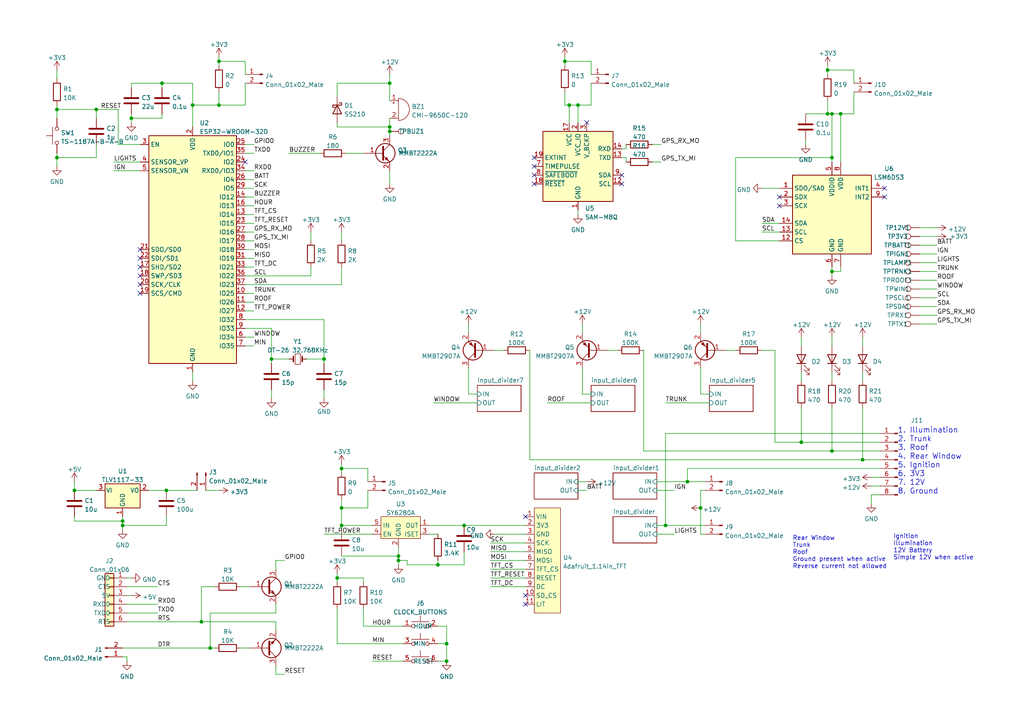
<source format=kicad_sch>
(kicad_sch (version 20231120) (generator "eeschema") (generator_version "8.0")
  (paper "A4")
  (junction (at 46.99 24.13))
  (junction (at 55.88 30.48))
  (junction (at 63.5 17.78))
  (junction (at 165.1 30.48))
  (junction (at 113.03 24.13))
  (junction (at 58.42 180.34))
  (junction (at 243.84 33.02))
  (junction (at 21.59 142.24))
  (junction (at 38.1 34.29))
  (junction (at 60.96 187.96))
  (junction (at 134.62 152.4))
  (junction (at 113.03 38.1))
  (junction (at 241.3 130.81))
  (junction (at 199.39 139.7))
  (junction (at 115.57 161.29))
  (junction (at 240.03 20.32))
  (junction (at 250.19 133.35))
  (junction (at 232.41 128.27))
  (junction (at 97.79 167.64))
  (junction (at 93.98 104.14))
  (junction (at 241.3 33.02))
  (junction (at 16.51 31.75))
  (junction (at 163.83 17.78))
  (junction (at 129.54 186.69))
  (junction (at 113.03 36.83))
  (junction (at 99.06 147.32))
  (junction (at 241.3 78.74))
  (junction (at 35.56 152.4))
  (junction (at 167.64 30.48))
  (junction (at 127 163.83))
  (junction (at 193.04 152.4))
  (junction (at 99.06 152.4))
  (junction (at 63.5 30.48))
  (junction (at 241.3 45.72))
  (junction (at 27.94 31.75))
  (junction (at 203.2 147.32))
  (junction (at 99.06 135.89))
  (junction (at 16.51 45.72))
  (junction (at 35.56 151.13))
  (junction (at 48.26 142.24))
  (junction (at 129.54 191.77))
  (junction (at 78.74 104.14))
  (junction (at 115.57 162.56))
  (junction (at 240.03 33.02))
  (no_connect (at 40.64 74.93))
  (no_connect (at 40.64 77.47))
  (no_connect (at 40.64 80.01))
  (no_connect (at 40.64 82.55))
  (no_connect (at 40.64 85.09))
  (no_connect (at 40.64 72.39))
  (no_connect (at 152.4 172.72))
  (no_connect (at 152.4 149.86))
  (no_connect (at 152.4 175.26))
  (no_connect (at 180.34 50.8))
  (no_connect (at 180.34 53.34))
  (no_connect (at 170.18 35.56))
  (no_connect (at 226.06 59.69))
  (no_connect (at 226.06 57.15))
  (no_connect (at 256.54 57.15))
  (no_connect (at 256.54 54.61))
  (no_connect (at 71.12 46.99))
  (no_connect (at 154.94 45.72))
  (no_connect (at 154.94 48.26))
  (no_connect (at 154.94 50.8))
  (no_connect (at 154.94 53.34))
  (wire (pts (xy 226.06 69.85) (xy 213.36 69.85)))
  (wire (pts (xy 60.96 177.8) (xy 60.96 187.96)))
  (wire (pts (xy 97.79 166.37) (xy 97.79 167.64)))
  (wire (pts (xy 241.3 33.02) (xy 243.84 33.02)))
  (wire (pts (xy 232.41 128.27) (xy 232.41 118.11)))
  (wire (pts (xy 142.24 162.56) (xy 152.4 162.56)))
  (wire (pts (xy 241.3 45.72) (xy 241.3 46.99)))
  (wire (pts (xy 16.51 45.72) (xy 27.94 45.72)))
  (wire (pts (xy 71.12 97.79) (xy 73.66 97.79)))
  (wire (pts (xy 46.99 24.13) (xy 46.99 25.4)))
  (wire (pts (xy 167.64 30.48) (xy 171.45 30.48)))
  (wire (pts (xy 62.23 170.18) (xy 58.42 170.18)))
  (wire (pts (xy 71.12 64.77) (xy 73.66 64.77)))
  (wire (pts (xy 135.89 93.98) (xy 135.89 96.52)))
  (wire (pts (xy 97.79 35.56) (xy 97.79 36.83)))
  (wire (pts (xy 38.1 25.4) (xy 38.1 24.13)))
  (wire (pts (xy 213.36 69.85) (xy 213.36 45.72)))
  (wire (pts (xy 190.5 154.94) (xy 195.58 154.94)))
  (wire (pts (xy 266.7 93.98) (xy 271.78 93.98)))
  (wire (pts (xy 193.04 116.84) (xy 205.74 116.84)))
  (wire (pts (xy 266.7 83.82) (xy 271.78 83.82)))
  (wire (pts (xy 36.83 191.77) (xy 36.83 190.5)))
  (wire (pts (xy 80.01 165.1) (xy 80.01 162.56)))
  (wire (pts (xy 113.03 38.1) (xy 113.03 39.37)))
  (wire (pts (xy 233.68 33.02) (xy 240.03 33.02)))
  (wire (pts (xy 58.42 170.18) (xy 58.42 180.34)))
  (wire (pts (xy 142.24 165.1) (xy 152.4 165.1)))
  (wire (pts (xy 266.7 81.28) (xy 271.78 81.28)))
  (wire (pts (xy 93.98 113.03) (xy 93.98 115.57)))
  (wire (pts (xy 167.64 60.96) (xy 167.64 62.23)))
  (wire (pts (xy 189.23 46.99) (xy 191.77 46.99)))
  (wire (pts (xy 113.03 36.83) (xy 113.03 38.1)))
  (wire (pts (xy 99.06 161.29) (xy 115.57 161.29)))
  (wire (pts (xy 186.69 130.81) (xy 241.3 130.81)))
  (wire (pts (xy 78.74 104.14) (xy 83.82 104.14)))
  (wire (pts (xy 99.06 152.4) (xy 99.06 153.67)))
  (wire (pts (xy 100.33 44.45) (xy 105.41 44.45)))
  (wire (pts (xy 33.02 46.99) (xy 40.64 46.99)))
  (wire (pts (xy 99.06 82.55) (xy 99.06 77.47)))
  (wire (pts (xy 55.88 30.48) (xy 55.88 36.83)))
  (wire (pts (xy 34.29 41.91) (xy 40.64 41.91)))
  (wire (pts (xy 93.98 92.71) (xy 93.98 104.14)))
  (wire (pts (xy 80.01 195.58) (xy 82.55 195.58)))
  (wire (pts (xy 71.12 41.91) (xy 73.66 41.91)))
  (wire (pts (xy 80.01 193.04) (xy 80.01 195.58)))
  (wire (pts (xy 241.3 78.74) (xy 241.3 80.01)))
  (wire (pts (xy 240.03 29.21) (xy 240.03 33.02)))
  (wire (pts (xy 266.7 73.66) (xy 271.78 73.66)))
  (wire (pts (xy 97.79 186.69) (xy 116.84 186.69)))
  (wire (pts (xy 71.12 72.39) (xy 73.66 72.39)))
  (wire (pts (xy 134.62 152.4) (xy 152.4 152.4)))
  (wire (pts (xy 190.5 142.24) (xy 195.58 142.24)))
  (wire (pts (xy 180.34 45.72) (xy 181.61 45.72)))
  (wire (pts (xy 113.03 24.13) (xy 97.79 24.13)))
  (wire (pts (xy 80.01 177.8) (xy 60.96 177.8)))
  (wire (pts (xy 21.59 149.86) (xy 21.59 151.13)))
  (wire (pts (xy 63.5 16.51) (xy 63.5 17.78)))
  (wire (pts (xy 199.39 135.89) (xy 199.39 139.7)))
  (wire (pts (xy 181.61 41.91) (xy 181.61 43.18)))
  (wire (pts (xy 16.51 44.45) (xy 16.51 45.72)))
  (wire (pts (xy 255.27 143.51) (xy 252.73 143.51)))
  (wire (pts (xy 255.27 125.73) (xy 193.04 125.73)))
  (wire (pts (xy 266.7 88.9) (xy 271.78 88.9)))
  (wire (pts (xy 241.3 78.74) (xy 243.84 78.74)))
  (wire (pts (xy 63.5 26.67) (xy 63.5 30.48)))
  (wire (pts (xy 63.5 30.48) (xy 55.88 30.48)))
  (wire (pts (xy 80.01 182.88) (xy 80.01 180.34)))
  (wire (pts (xy 80.01 175.26) (xy 80.01 177.8)))
  (wire (pts (xy 97.79 176.53) (xy 97.79 186.69)))
  (wire (pts (xy 97.79 167.64) (xy 97.79 168.91)))
  (wire (pts (xy 241.3 97.79) (xy 241.3 100.33)))
  (wire (pts (xy 35.56 149.86) (xy 35.56 151.13)))
  (wire (pts (xy 48.26 152.4) (xy 35.56 152.4)))
  (wire (pts (xy 106.68 135.89) (xy 99.06 135.89)))
  (wire (pts (xy 35.56 151.13) (xy 35.56 152.4)))
  (wire (pts (xy 71.12 90.17) (xy 73.66 90.17)))
  (wire (pts (xy 78.74 113.03) (xy 78.74 115.57)))
  (wire (pts (xy 88.9 104.14) (xy 93.98 104.14)))
  (wire (pts (xy 163.83 30.48) (xy 165.1 30.48)))
  (wire (pts (xy 193.04 152.4) (xy 190.5 152.4)))
  (wire (pts (xy 60.96 187.96) (xy 62.23 187.96)))
  (wire (pts (xy 71.12 100.33) (xy 73.66 100.33)))
  (wire (pts (xy 36.83 180.34) (xy 58.42 180.34)))
  (wire (pts (xy 142.24 170.18) (xy 152.4 170.18)))
  (wire (pts (xy 99.06 134.62) (xy 99.06 135.89)))
  (wire (pts (xy 71.12 17.78) (xy 63.5 17.78)))
  (wire (pts (xy 135.89 114.3) (xy 138.43 114.3)))
  (wire (pts (xy 36.83 177.8) (xy 45.72 177.8)))
  (wire (pts (xy 233.68 40.64) (xy 233.68 41.91)))
  (wire (pts (xy 158.75 116.84) (xy 171.45 116.84)))
  (wire (pts (xy 21.59 139.7) (xy 21.59 142.24)))
  (wire (pts (xy 115.57 161.29) (xy 115.57 162.56)))
  (wire (pts (xy 58.42 180.34) (xy 80.01 180.34)))
  (wire (pts (xy 107.95 191.77) (xy 116.84 191.77)))
  (wire (pts (xy 168.91 93.98) (xy 168.91 96.52)))
  (wire (pts (xy 165.1 30.48) (xy 167.64 30.48)))
  (wire (pts (xy 266.7 76.2) (xy 271.78 76.2)))
  (wire (pts (xy 250.19 107.95) (xy 250.19 110.49)))
  (wire (pts (xy 125.73 116.84) (xy 138.43 116.84)))
  (wire (pts (xy 168.91 106.68) (xy 168.91 114.3)))
  (wire (pts (xy 71.12 74.93) (xy 73.66 74.93)))
  (wire (pts (xy 203.2 93.98) (xy 203.2 96.52)))
  (wire (pts (xy 167.64 139.7) (xy 170.18 139.7)))
  (wire (pts (xy 255.27 133.35) (xy 250.19 133.35)))
  (wire (pts (xy 55.88 107.95) (xy 55.88 110.49)))
  (wire (pts (xy 106.68 139.7) (xy 106.68 135.89)))
  (wire (pts (xy 143.51 101.6) (xy 146.05 101.6)))
  (wire (pts (xy 142.24 157.48) (xy 152.4 157.48)))
  (wire (pts (xy 36.83 170.18) (xy 45.72 170.18)))
  (wire (pts (xy 247.65 26.67) (xy 247.65 33.02)))
  (wire (pts (xy 99.06 152.4) (xy 107.95 152.4)))
  (wire (pts (xy 21.59 142.24) (xy 27.94 142.24)))
  (wire (pts (xy 163.83 16.51) (xy 163.83 17.78)))
  (wire (pts (xy 35.56 187.96) (xy 60.96 187.96)))
  (wire (pts (xy 118.11 162.56) (xy 115.57 162.56)))
  (wire (pts (xy 189.23 41.91) (xy 191.77 41.91)))
  (wire (pts (xy 99.06 144.78) (xy 99.06 147.32)))
  (wire (pts (xy 97.79 24.13) (xy 97.79 27.94)))
  (wire (pts (xy 113.03 29.21) (xy 113.03 24.13)))
  (wire (pts (xy 167.64 30.48) (xy 167.64 35.56)))
  (wire (pts (xy 16.51 20.32) (xy 16.51 22.86)))
  (wire (pts (xy 181.61 43.18) (xy 180.34 43.18)))
  (wire (pts (xy 163.83 17.78) (xy 163.83 19.05)))
  (wire (pts (xy 199.39 139.7) (xy 204.47 139.7)))
  (wire (pts (xy 48.26 142.24) (xy 57.15 142.24)))
  (wire (pts (xy 220.98 67.31) (xy 226.06 67.31)))
  (wire (pts (xy 134.62 160.02) (xy 134.62 163.83)))
  (wire (pts (xy 247.65 20.32) (xy 240.03 20.32)))
  (wire (pts (xy 83.82 44.45) (xy 92.71 44.45)))
  (wire (pts (xy 27.94 41.91) (xy 27.94 45.72)))
  (wire (pts (xy 243.84 33.02) (xy 243.84 46.99)))
  (wire (pts (xy 193.04 152.4) (xy 204.47 152.4)))
  (wire (pts (xy 46.99 33.02) (xy 46.99 34.29)))
  (wire (pts (xy 224.79 128.27) (xy 232.41 128.27)))
  (wire (pts (xy 16.51 30.48) (xy 16.51 31.75)))
  (wire (pts (xy 181.61 45.72) (xy 181.61 46.99)))
  (wire (pts (xy 115.57 161.29) (xy 115.57 158.75)))
  (wire (pts (xy 243.84 33.02) (xy 247.65 33.02)))
  (wire (pts (xy 127 163.83) (xy 118.11 163.83)))
  (wire (pts (xy 127 181.61) (xy 129.54 181.61)))
  (wire (pts (xy 38.1 34.29) (xy 38.1 35.56)))
  (wire (pts (xy 203.2 106.68) (xy 203.2 114.3)))
  (wire (pts (xy 127 191.77) (xy 129.54 191.77)))
  (wire (pts (xy 99.06 67.31) (xy 99.06 69.85)))
  (wire (pts (xy 171.45 21.59) (xy 171.45 17.78)))
  (wire (pts (xy 71.12 59.69) (xy 73.66 59.69)))
  (wire (pts (xy 105.41 181.61) (xy 116.84 181.61)))
  (wire (pts (xy 220.98 54.61) (xy 226.06 54.61)))
  (wire (pts (xy 266.7 68.58) (xy 271.78 68.58)))
  (wire (pts (xy 105.41 176.53) (xy 105.41 181.61)))
  (wire (pts (xy 113.03 34.29) (xy 113.03 36.83)))
  (wire (pts (xy 266.7 71.12) (xy 271.78 71.12)))
  (wire (pts (xy 252.73 138.43) (xy 255.27 138.43)))
  (wire (pts (xy 55.88 24.13) (xy 55.88 30.48)))
  (wire (pts (xy 142.24 167.64) (xy 152.4 167.64)))
  (wire (pts (xy 48.26 149.86) (xy 48.26 152.4)))
  (wire (pts (xy 35.56 190.5) (xy 36.83 190.5)))
  (wire (pts (xy 38.1 24.13) (xy 46.99 24.13)))
  (wire (pts (xy 255.27 128.27) (xy 232.41 128.27)))
  (wire (pts (xy 252.73 143.51) (xy 252.73 146.05)))
  (wire (pts (xy 129.54 181.61) (xy 129.54 186.69)))
  (wire (pts (xy 71.12 82.55) (xy 99.06 82.55)))
  (wire (pts (xy 38.1 33.02) (xy 38.1 34.29)))
  (wire (pts (xy 106.68 147.32) (xy 99.06 147.32)))
  (wire (pts (xy 266.7 66.04) (xy 271.78 66.04)))
  (wire (pts (xy 213.36 45.72) (xy 241.3 45.72)))
  (wire (pts (xy 80.01 162.56) (xy 82.55 162.56)))
  (wire (pts (xy 176.53 101.6) (xy 179.07 101.6)))
  (wire (pts (xy 33.02 49.53) (xy 40.64 49.53)))
  (wire (pts (xy 78.74 95.25) (xy 78.74 104.14)))
  (wire (pts (xy 203.2 114.3) (xy 205.74 114.3)))
  (wire (pts (xy 186.69 101.6) (xy 186.69 130.81)))
  (wire (pts (xy 220.98 101.6) (xy 224.79 101.6)))
  (wire (pts (xy 127 162.56) (xy 127 163.83)))
  (wire (pts (xy 105.41 167.64) (xy 97.79 167.64)))
  (wire (pts (xy 63.5 17.78) (xy 63.5 19.05)))
  (wire (pts (xy 232.41 97.79) (xy 232.41 100.33)))
  (wire (pts (xy 90.17 80.01) (xy 90.17 77.47)))
  (wire (pts (xy 71.12 57.15) (xy 73.66 57.15)))
  (wire (pts (xy 153.67 101.6) (xy 153.67 133.35)))
  (wire (pts (xy 16.51 31.75) (xy 27.94 31.75)))
  (wire (pts (xy 241.3 107.95) (xy 241.3 110.49)))
  (wire (pts (xy 63.5 30.48) (xy 71.12 30.48)))
  (wire (pts (xy 163.83 26.67) (xy 163.83 30.48)))
  (wire (pts (xy 113.03 49.53) (xy 113.03 53.34)))
  (wire (pts (xy 143.51 154.94) (xy 152.4 154.94)))
  (wire (pts (xy 135.89 106.68) (xy 135.89 114.3)))
  (wire (pts (xy 46.99 24.13) (xy 55.88 24.13)))
  (wire (pts (xy 168.91 114.3) (xy 171.45 114.3)))
  (wire (pts (xy 21.59 151.13) (xy 35.56 151.13)))
  (wire (pts (xy 105.41 168.91) (xy 105.41 167.64)))
  (wire (pts (xy 36.83 172.72) (xy 38.1 172.72)))
  (wire (pts (xy 153.67 133.35) (xy 250.19 133.35)))
  (wire (pts (xy 199.39 139.7) (xy 190.5 139.7)))
  (wire (pts (xy 27.94 31.75) (xy 34.29 31.75)))
  (wire (pts (xy 99.06 147.32) (xy 99.06 152.4)))
  (wire (pts (xy 167.64 142.24) (xy 170.18 142.24)))
  (wire (pts (xy 240.03 19.05) (xy 240.03 20.32)))
  (wire (pts (xy 224.79 101.6) (xy 224.79 128.27)))
  (wire (pts (xy 204.47 142.24) (xy 203.2 142.24)))
  (wire (pts (xy 97.79 36.83) (xy 113.03 36.83)))
  (wire (pts (xy 240.03 33.02) (xy 241.3 33.02)))
  (wire (pts (xy 124.46 154.94) (xy 127 154.94)))
  (wire (pts (xy 71.12 21.59) (xy 71.12 17.78)))
  (wire (pts (xy 43.18 142.24) (xy 48.26 142.24)))
  (wire (pts (xy 69.85 187.96) (xy 72.39 187.96)))
  (wire (pts (xy 59.69 142.24) (xy 63.5 142.24)))
  (wire (pts (xy 203.2 147.32) (xy 203.2 154.94)))
  (wire (pts (xy 93.98 154.94) (xy 107.95 154.94)))
  (wire (pts (xy 127 186.69) (xy 129.54 186.69)))
  (wire (pts (xy 250.19 97.79) (xy 250.19 100.33)))
  (wire (pts (xy 71.12 62.23) (xy 73.66 62.23)))
  (wire (pts (xy 93.98 104.14) (xy 93.98 105.41)))
  (wire (pts (xy 90.17 67.31) (xy 90.17 69.85)))
  (wire (pts (xy 266.7 78.74) (xy 271.78 78.74)))
  (wire (pts (xy 240.03 20.32) (xy 240.03 21.59)))
  (wire (pts (xy 113.03 21.59) (xy 113.03 24.13)))
  (wire (pts (xy 241.3 77.47) (xy 241.3 78.74)))
  (wire (pts (xy 255.27 130.81) (xy 241.3 130.81)))
  (wire (pts (xy 255.27 135.89) (xy 199.39 135.89)))
  (wire (pts (xy 71.12 49.53) (xy 73.66 49.53)))
  (wire (pts (xy 71.12 87.63) (xy 73.66 87.63)))
  (wire (pts (xy 36.83 175.26) (xy 45.72 175.26)))
  (wire (pts (xy 210.82 101.6) (xy 213.36 101.6)))
  (wire (pts (xy 27.94 31.75) (xy 27.94 34.29)))
  (wire (pts (xy 193.04 125.73) (xy 193.04 152.4)))
  (wire (pts (xy 38.1 34.29) (xy 46.99 34.29)))
  (wire (pts (xy 266.7 86.36) (xy 271.78 86.36)))
  (wire (pts (xy 118.11 163.83) (xy 118.11 162.56)))
  (wire (pts (xy 71.12 54.61) (xy 73.66 54.61)))
  (wire (pts (xy 266.7 91.44) (xy 271.78 91.44)))
  (wire (pts (xy 69.85 170.18) (xy 72.39 170.18)))
  (wire (pts (xy 71.12 92.71) (xy 93.98 92.71)))
  (wire (pts (xy 171.45 24.13) (xy 171.45 30.48)))
  (wire (pts (xy 129.54 186.69) (xy 129.54 191.77)))
  (wire (pts (xy 36.83 167.64) (xy 38.1 167.64)))
  (wire (pts (xy 115.57 162.56) (xy 115.57 163.83)))
  (wire (pts (xy 99.06 135.89) (xy 99.06 137.16)))
  (wire (pts (xy 165.1 30.48) (xy 165.1 35.56)))
  (wire (pts (xy 220.98 64.77) (xy 226.06 64.77)))
  (wire (pts (xy 78.74 105.41) (xy 78.74 104.14)))
  (wire (pts (xy 203.2 154.94) (xy 204.47 154.94)))
  (wire (pts (xy 34.29 31.75) (xy 34.29 41.91)))
  (wire (pts (xy 243.84 78.74) (xy 243.84 77.47)))
  (wire (pts (xy 241.3 130.81) (xy 241.3 118.11)))
  (wire (pts (xy 71.12 67.31) (xy 73.66 67.31)))
  (wire (pts (xy 250.19 133.35) (xy 250.19 118.11)))
  (wire (pts (xy 71.12 52.07) (xy 73.66 52.07)))
  (wire (pts (xy 171.45 17.78) (xy 163.83 17.78)))
  (wire (pts (xy 252.73 140.97) (xy 255.27 140.97)))
  (wire (pts (xy 71.12 77.47) (xy 73.66 77.47)))
  (wire (pts (xy 71.12 80.01) (xy 90.17 80.01)))
  (wire (pts (xy 71.12 95.25) (xy 78.74 95.25)))
  (wire (pts (xy 134.62 163.83) (xy 127 163.83)))
  (wire (pts (xy 71.12 69.85) (xy 73.66 69.85)))
  (wire (pts (xy 247.65 24.13) (xy 247.65 20.32)))
  (wire (pts (xy 71.12 44.45) (xy 73.66 44.45)))
  (wire (pts (xy 71.12 85.09) (xy 73.66 85.09)))
  (wire (pts (xy 71.12 24.13) (xy 71.12 30.48)))
  (wire (pts (xy 124.46 152.4) (xy 134.62 152.4)))
  (wire (pts (xy 232.41 107.95) (xy 232.41 110.49)))
  (wire (pts (xy 106.68 142.24) (xy 106.68 147.32)))
  (wire (pts (xy 16.51 45.72) (xy 16.51 48.26)))
  (wire (pts (xy 16.51 31.75) (xy 16.51 34.29)))
  (wire (pts (xy 241.3 33.02) (xy 241.3 45.72)))
  (wire (pts (xy 203.2 142.24) (xy 203.2 147.32)))
  (wire (pts (xy 142.24 160.02) (xy 152.4 160.02)))
  (wire (pts (xy 35.56 152.4) (xy 35.56 153.67)))
  (text "Rear Window\nTrunk\nRoof\nGround present when active\nReverse current not allowed" (at 229.87 165.1 0) (effects (font (size 1.27 1.27)) (justify left bottom)))
  (text "1. Illumination\n2. Trunk\n3. Roof\n4. Rear Window\n5. Ignition\n6. 3V3\n7. 12V\n8. Ground" (at 260.35 143.51 0) (effects (font (size 1.57 1.57)) (justify left bottom)))
  (text "Ignition\nIllumination\n12V Battery\nSimple 12V when active" (at 259.08 162.56 0) (effects (font (size 1.27 1.27)) (justify left bottom)))
  (label "SDA" (at 73.66 82.55 0))
  (label "TFT_RESET" (at 73.66 64.77 0))
  (label "MIN" (at 73.66 100.33 0))
  (label "RESET" (at 29.21 31.75 0))
  (label "RTS" (at 45.72 180.34 0))
  (label "ROOF" (at 73.66 87.63 0))
  (label "MISO" (at 142.24 160.02 0))
  (label "ROOF" (at 271.78 81.28 0))
  (label "BUZZER" (at 73.66 57.15 0))
  (label "GPS_RX_MO" (at 191.77 41.91 0))
  (label "BUZZER" (at 83.82 44.45 0))
  (label "TXD0" (at 73.66 44.45 0))
  (label "TFT_CS" (at 73.66 62.23 0))
  (label "GPIO0" (at 73.66 41.91 0))
  (label "MOSI" (at 73.66 72.39 0))
  (label "TFT_CS" (at 142.24 165.1 0))
  (label "MISO" (at 73.66 74.93 0))
  (label "IGN" (at 33.02 49.53 0))
  (label "HOUR" (at 73.66 59.69 0))
  (label "RXD0" (at 45.72 175.26 0))
  (label "TRUNK" (at 73.66 85.09 0))
  (label "TRUNK" (at 271.78 78.74 0))
  (label "SDA" (at 271.78 88.9 0))
  (label "TFT_DC" (at 73.66 77.47 0))
  (label "SCK" (at 142.24 157.48 0))
  (label "WINDOW" (at 73.66 97.79 0))
  (label "TFT_POWER" (at 93.98 154.94 0))
  (label "IGN" (at 271.78 73.66 0))
  (label "SDA" (at 220.98 64.77 0))
  (label "GPS_TX_MI" (at 73.66 69.85 0))
  (label "SCL" (at 271.78 86.36 0))
  (label "IGN" (at 195.58 142.24 0))
  (label "TFT_POWER" (at 73.66 90.17 0))
  (label "TFT_DC" (at 142.24 170.18 0))
  (label "GPS_RX_MO" (at 271.78 91.44 0))
  (label "SCL" (at 220.98 67.31 0))
  (label "GPS_RX_MO" (at 73.66 67.31 0))
  (label "LIGHTS" (at 271.78 76.2 0))
  (label "ROOF" (at 158.75 116.84 0))
  (label "MIN" (at 107.95 186.69 0))
  (label "BATT" (at 170.18 142.24 0))
  (label "WINDOW" (at 125.73 116.84 0))
  (label "RESET" (at 82.55 195.58 0))
  (label "SCL" (at 73.66 80.01 0))
  (label "BATT" (at 271.78 71.12 0))
  (label "TFT_RESET" (at 142.24 167.64 0))
  (label "GPS_TX_MI" (at 271.78 93.98 0))
  (label "LIGHTS" (at 195.58 154.94 0))
  (label "RESET" (at 107.95 191.77 0))
  (label "BATT" (at 73.66 52.07 0))
  (label "HOUR" (at 107.95 181.61 0))
  (label "DTR" (at 45.72 187.96 0))
  (label "LIGHTS" (at 33.02 46.99 0))
  (label "CTS" (at 45.72 170.18 0))
  (label "GPIO0" (at 82.55 162.56 0))
  (label "TRUNK" (at 193.04 116.84 0))
  (label "SCK" (at 73.66 54.61 0))
  (label "GPS_TX_MI" (at 191.77 46.99 0))
  (label "MOSI" (at 142.24 162.56 0))
  (label "TXD0" (at 45.72 177.8 0))
  (label "WINDOW" (at 271.78 83.82 0))
  (label "RXD0" (at 73.66 49.53 0))
  (symbol (lib_id "power:GND") (at 113.03 53.34 0) (unit 1)
    (property "Reference" "#PWR019" (effects (hide yes)))
    (property "Value" "GND" (at 113.03 57.7834 0))
  )
  (symbol (lib_id "Connector:Conn_01x02_Male") (at 209.55 152.4 0) (mirror y) (unit 1)
    (property "Reference" "J9" (at 210.2612 152.8353 0) (effects (justify right)))
    (property "Value" "Conn_01x02_Male" (at 210.2612 155.3722 0) (effects (justify right)))
    (property "Footprint" "Connector_PinHeader_2.54mm:PinHeader_1x02_P2.54mm_Vertical" (effects (hide yes)))
  )
  (symbol (lib_id "Device:C") (at 233.68 36.83 0) (unit 1)
    (property "Reference" "C10" (at 236.601 35.9953 0) (effects (justify left)))
    (property "Value" "0.1u" (at 236.601 38.5322 0) (effects (justify left)))
    (property "Footprint" "Capacitor_SMD:C_0805_2012Metric_Pad1.18x1.45mm_HandSolder" (effects (hide yes)))
  )
  (symbol (lib_id "DelSolLib:MMBT2222A") (at 77.47 170.18 0) (unit 1)
    (property "Reference" "Q1" (at 82.3214 169.3453 0) (effects (justify left)))
    (property "Value" "MMBT2222A" (at 82.55 170.18 0) (effects (justify left)))
    (property "Footprint" "Package_TO_SOT_SMD:SOT-23" (effects (hide yes)))
    (property "Datasheet" "https://datasheet.lcsc.com/lcsc/1811081957_Jiangsu-Changjing-Electronics-Technology-Co---Ltd--MMBT2222A-1P_C8512.pdf" (effects (hide yes)))
  )
  (symbol (lib_id "power:+3V3") (at 16.51 20.32 0) (unit 1)
    (property "Reference" "#PWR01" (effects (hide yes)))
    (property "Value" "+3V3" (at 16.51 16.7442 0))
  )
  (symbol (lib_id "Device:R") (at 96.52 44.45 90) (unit 1)
    (property "Reference" "R6" (at 96.52 39.7342 90))
    (property "Value" "180" (at 96.52 42.2711 90))
    (property "Footprint" "Resistor_SMD:R_0805_2012Metric_Pad1.20x1.40mm_HandSolder" (effects (hide yes)))
  )
  (symbol (lib_id "Connector:Conn_01x02_Male") (at 30.48 190.5 0) (mirror x) (unit 1)
    (property "Reference" "J1" (at 29.7689 188.3953 0) (effects (justify right)))
    (property "Value" "Conn_01x02_Male" (at 29.7689 190.9322 0) (effects (justify right)))
    (property "Footprint" "Connector_PinHeader_2.54mm:PinHeader_1x02_P2.54mm_Vertical" (effects (hide yes)))
  )
  (symbol (lib_id "Sensor_Motion:LSM6DS3") (at 241.3 62.23 0) (unit 1)
    (property "Reference" "U6" (at 257.8652 48.9035 0))
    (property "Value" "LSM6DS3" (at 257.8652 51.4404 0))
    (property "Footprint" "Package_LGA:LGA-14_3x2.5mm_P0.5mm_LayoutBorder3x4y" (effects (hide yes)))
    (property "Datasheet" "www.st.com/resource/en/datasheet/lsm6ds3.pdf" (effects (hide yes)))
  )
  (symbol (lib_id "Connector_Generic:Conn_01x06") (at 31.75 172.72 0) (mirror y) (unit 1)
    (property "Reference" "J2" (at 31.75 162.6702 0))
    (property "Value" "Conn_01x06" (at 31.75 165.2071 0))
    (property "Footprint" "Connector_PinHeader_2.54mm:PinHeader_1x06_P2.54mm_Vertical" (effects (hide yes)))
  )
  (symbol (lib_id "Connector:Conn_01x02_Male") (at 111.76 139.7 0) (mirror y) (unit 1)
    (property "Reference" "J5" (at 112.4712 140.1353 0) (effects (justify right)))
    (property "Value" "Conn_01x02_Male" (at 112.4712 142.6722 0) (effects (justify right)))
    (property "Footprint" "Connector_PinHeader_2.54mm:PinHeader_1x02_P2.54mm_Vertical" (effects (hide yes)))
  )
  (symbol (lib_id "power:+3V3") (at 63.5 142.24 270) (unit 1)
    (property "Reference" "#PWR011" (effects (hide yes)))
    (property "Value" "+3V3" (at 66.675 142.6738 90) (effects (justify left)))
  )
  (symbol (lib_id "power:+12V") (at 113.03 21.59 0) (unit 1)
    (property "Reference" "#PWR018" (effects (hide yes)))
    (property "Value" "+12V" (at 113.03 18.0142 0))
  )
  (symbol (lib_id "Device:R") (at 217.17 101.6 90) (unit 1)
    (property "Reference" "R17" (at 217.17 96.8842 90))
    (property "Value" "100K" (at 217.17 99.4211 90))
    (property "Footprint" "Resistor_SMD:R_0805_2012Metric_Pad1.20x1.40mm_HandSolder" (effects (hide yes)))
  )
  (symbol (lib_id "power:+3V3") (at 63.5 16.51 0) (unit 1)
    (property "Reference" "#PWR010" (effects (hide yes)))
    (property "Value" "+3V3" (at 63.5 12.9342 0))
  )
  (symbol (lib_id "Connector:TestPoint") (at 266.7 83.82 90) (unit 1)
    (property "Reference" "TPWIN1" (at 260.35 83.82 90))
    (property "Value" "TestPoint" (effects (hide yes)))
    (property "Footprint" "TestPoint:TestPoint_Keystone_5000-5004_Miniature" (effects (hide yes)))
  )
  (symbol (lib_id "Device:C") (at 134.62 156.21 0) (unit 1)
    (property "Reference" "C9" (at 135.255 153.67 0) (effects (justify left)))
    (property "Value" "10u" (at 135.255 158.75 0) (effects (justify left)))
    (property "Footprint" "Capacitor_SMD:C_0805_2012Metric_Pad1.18x1.45mm_HandSolder" (effects (hide yes)))
  )
  (symbol (lib_id "power:+3V3") (at 163.83 16.51 0) (unit 1)
    (property "Reference" "#PWR024" (effects (hide yes)))
    (property "Value" "+3V3" (at 163.83 12.9342 0))
  )
  (symbol (lib_id "power:+12V") (at 271.78 66.04 270) (unit 1)
    (property "Reference" "#PWR040" (effects (hide yes)))
    (property "Value" "+12V" (at 274.955 66.4738 90) (effects (justify left)))
  )
  (symbol (lib_id "power:GND") (at 143.51 154.94 270) (unit 1)
    (property "Reference" "#PWR023" (effects (hide yes)))
    (property "Value" "GND" (at 140.3351 155.3738 90) (effects (justify right)))
  )
  (symbol (lib_id "power:GND") (at 129.54 191.77 0) (unit 1)
    (property "Reference" "#PWR021" (effects (hide yes)))
    (property "Value" "GND" (at 129.54 196.2134 0))
  )
  (symbol (lib_id "power:GND") (at 38.1 167.64 90) (unit 1)
    (property "Reference" "#PWR07" (effects (hide yes)))
    (property "Value" "GND" (at 41.275 168.0738 90) (effects (justify right)))
  )
  (symbol (lib_id "Device:R") (at 149.86 101.6 90) (unit 1)
    (property "Reference" "R12" (at 149.86 96.8842 90))
    (property "Value" "100K" (at 149.86 99.4211 90))
    (property "Footprint" "Resistor_SMD:R_0805_2012Metric_Pad1.20x1.40mm_HandSolder" (effects (hide yes)))
  )
  (symbol (lib_id "Device:R") (at 127 158.75 0) (unit 1)
    (property "Reference" "R11" (at 128.778 157.9153 0) (effects (justify left)))
    (property "Value" "3.4K" (at 128.778 160.4522 0) (effects (justify left)))
    (property "Footprint" "Resistor_SMD:R_0805_2012Metric_Pad1.20x1.40mm_HandSolder" (effects (hide yes)))
  )
  (symbol (lib_id "Device:R") (at 250.19 114.3 0) (unit 1)
    (property "Reference" "R21" (at 251.968 113.4653 0) (effects (justify left)))
    (property "Value" "470" (at 251.968 116.0022 0) (effects (justify left)))
    (property "Footprint" "Resistor_SMD:R_0805_2012Metric_Pad1.20x1.40mm_HandSolder" (effects (hide yes)))
  )
  (symbol (lib_id "power:+12V") (at 250.19 97.79 0) (unit 1)
    (property "Reference" "#PWR036" (effects (hide yes)))
    (property "Value" "+12V" (at 250.19 94.2142 0))
  )
  (symbol (lib_id "Device:R") (at 163.83 22.86 0) (unit 1)
    (property "Reference" "R13" (at 165.608 22.0253 0) (effects (justify left)))
    (property "Value" "0" (at 165.608 24.5622 0) (effects (justify left)))
    (property "Footprint" "Resistor_SMD:R_0805_2012Metric_Pad1.20x1.40mm_HandSolder" (effects (hide yes)))
  )
  (symbol (lib_id "power:+12V") (at 170.18 139.7 270) (unit 1)
    (property "Reference" "#PWR027" (effects (hide yes)))
    (property "Value" "+12V" (at 173.355 140.1338 90) (effects (justify left)))
  )
  (symbol (lib_id "power:+12V") (at 135.89 93.98 0) (unit 1)
    (property "Reference" "#PWR022" (effects (hide yes)))
    (property "Value" "+12V" (at 135.89 90.4042 0))
  )
  (symbol (lib_id "DelSolLib:CLOCK_BUTTONS") (at 121.92 176.53 0) (unit 1)
    (property "Reference" "J6" (at 121.92 174.9892 0))
    (property "Value" "CLOCK_BUTTONS" (at 121.92 177.5261 0))
    (property "Footprint" "DelSolLib:Switch_DelSol" (effects (hide yes)))
  )
  (symbol (lib_id "power:+12V") (at 203.2 93.98 0) (unit 1)
    (property "Reference" "#PWR028" (effects (hide yes)))
    (property "Value" "+12V" (at 203.2 90.4042 0))
  )
  (symbol (lib_id "Device:R") (at 232.41 114.3 0) (unit 1)
    (property "Reference" "R18" (at 234.188 113.4653 0) (effects (justify left)))
    (property "Value" "470" (at 234.188 116.0022 0) (effects (justify left)))
    (property "Footprint" "Resistor_SMD:R_0805_2012Metric_Pad1.20x1.40mm_HandSolder" (effects (hide yes)))
  )
  (symbol (lib_id "Device:Q_PNP_BEC") (at 171.45 101.6 180) (unit 1)
    (property "Reference" "Q5" (at 166.5987 100.7653 0) (effects (justify left)))
    (property "Value" "MMBT2907A" (at 166.5987 103.3022 0) (effects (justify left)))
    (property "Footprint" "Package_TO_SOT_SMD:SOT-23" (effects (hide yes)))
  )
  (symbol (lib_id "Device:R") (at 66.04 187.96 90) (unit 1)
    (property "Reference" "R4" (at 66.04 183.2442 90))
    (property "Value" "10K" (at 66.04 185.7811 90))
    (property "Footprint" "Resistor_SMD:R_0805_2012Metric_Pad1.20x1.40mm_HandSolder" (effects (hide yes)))
  )
  (symbol (lib_id "Device:R") (at 105.41 172.72 0) (unit 1)
    (property "Reference" "R10" (at 107.188 171.8853 0) (effects (justify left)))
    (property "Value" "10K" (at 107.188 174.4222 0) (effects (justify left)))
    (property "Footprint" "Resistor_SMD:R_0805_2012Metric_Pad1.20x1.40mm_HandSolder" (effects (hide yes)))
  )
  (symbol (lib_id "power:+3V3") (at 99.06 134.62 0) (unit 1)
    (property "Reference" "#PWR017" (effects (hide yes)))
    (property "Value" "+3V3" (at 99.06 131.0442 0))
  )
  (symbol (lib_id "Connector:TestPoint") (at 266.7 76.2 90) (unit 1)
    (property "Reference" "TPLAMP1" (at 260.35 76.2 90))
    (property "Value" "TestPoint" (effects (hide yes)))
    (property "Footprint" "TestPoint:TestPoint_Keystone_5000-5004_Miniature" (effects (hide yes)))
  )
  (symbol (lib_id "DelSolLib:Adafruit_1.14in_TFT") (at 154.94 147.32 0) (unit 1)
    (property "Reference" "U4" (at 163.2712 161.7253 0) (effects (justify left)))
    (property "Value" "Adafruit_1.14in_TFT" (at 163.2712 164.2622 0) (effects (justify left)))
    (property "Footprint" "DelSolLib:Adafruit_1.14in_TFT" (effects (hide yes)))
  )
  (symbol (lib_id "power:+12V") (at 203.2 147.32 90) (unit 1)
    (property "Reference" "#PWR029" (effects (hide yes)))
    (property "Value" "+12V" (at 203.835 147.7538 90) (effects (justify right)))
  )
  (symbol (lib_id "power:GND") (at 220.98 54.61 270) (unit 1)
    (property "Reference" "#PWR030" (effects (hide yes)))
    (property "Value" "GND" (at 217.8051 55.0438 90) (effects (justify right)))
  )
  (symbol (lib_id "Connector:Conn_01x02_Male") (at 176.53 21.59 0) (mirror y) (unit 1)
    (property "Reference" "J7" (at 177.2412 22.0253 0) (effects (justify right)))
    (property "Value" "Conn_01x02_Male" (at 177.2412 24.5622 0) (effects (justify right)))
    (property "Footprint" "Connector_PinHeader_2.54mm:PinHeader_1x02_P2.54mm_Vertical" (effects (hide yes)))
  )
  (symbol (lib_id "Device:C") (at 27.94 38.1 0) (unit 1)
    (property "Reference" "C2" (at 30.861 37.2653 0) (effects (justify left)))
    (property "Value" "1u" (at 30.861 39.8022 0) (effects (justify left)))
    (property "Footprint" "Capacitor_SMD:C_0805_2012Metric_Pad1.18x1.45mm_HandSolder" (effects (hide yes)))
  )
  (symbol (lib_id "Device:Q_PNP_BEC") (at 138.43 101.6 180) (unit 1)
    (property "Reference" "Q4" (at 133.5787 100.7653 0) (effects (justify left)))
    (property "Value" "MMBT2907A" (at 133.5787 103.3022 0) (effects (justify left)))
    (property "Footprint" "Package_TO_SOT_SMD:SOT-23" (effects (hide yes)))
  )
  (symbol (lib_id "Device:LED") (at 241.3 104.14 90) (unit 1)
    (property "Reference" "D3" (at 244.221 104.8928 90) (effects (justify right)))
    (property "Value" "SSL-LX4673ID-LA20" (effects (hide yes)))
    (property "Footprint" "DelSolLib:LED_Rectangular_W3.65mm_L6.15mm" (effects (hide yes)))
  )
  (symbol (lib_id "Connector:TestPoint") (at 113.03 38.1 270) (unit 1)
    (property "Reference" "TPBUZ1" (at 119.38 38.1 90))
    (property "Value" "TestPoint" (effects (hide yes)))
    (property "Footprint" "TestPoint:TestPoint_Keystone_5000-5004_Miniature" (effects (hide yes)))
  )
  (symbol (lib_id "Device:C") (at 99.06 157.48 0) (unit 1)
    (property "Reference" "C8" (at 101.981 156.6453 0) (effects (justify left)))
    (property "Value" "10u" (at 101.981 159.1822 0) (effects (justify left)))
    (property "Footprint" "Capacitor_SMD:C_0805_2012Metric_Pad1.18x1.45mm_HandSolder" (effects (hide yes)))
  )
  (symbol (lib_id "Device:R") (at 182.88 101.6 90) (unit 1)
    (property "Reference" "R14" (at 182.88 96.8842 90))
    (property "Value" "100K" (at 182.88 99.4211 90))
    (property "Footprint" "Resistor_SMD:R_0805_2012Metric_Pad1.20x1.40mm_HandSolder" (effects (hide yes)))
  )
  (symbol (lib_id "Device:R") (at 241.3 114.3 0) (unit 1)
    (property "Reference" "R20" (at 243.078 113.4653 0) (effects (justify left)))
    (property "Value" "470" (at 243.078 116.0022 0) (effects (justify left)))
    (property "Footprint" "Resistor_SMD:R_0805_2012Metric_Pad1.20x1.40mm_HandSolder" (effects (hide yes)))
  )
  (symbol (lib_id "Device:C") (at 46.99 29.21 0) (unit 1)
    (property "Reference" "C4" (at 49.911 28.3753 0) (effects (justify left)))
    (property "Value" "0.1u" (at 49.911 30.9122 0) (effects (justify left)))
    (property "Footprint" "Capacitor_SMD:C_0805_2012Metric_Pad1.18x1.45mm_HandSolder" (effects (hide yes)))
  )
  (symbol (lib_id "Device:C") (at 38.1 29.21 0) (unit 1)
    (property "Reference" "C3" (at 41.021 28.3753 0) (effects (justify left)))
    (property "Value" "22u" (at 41.021 30.9122 0) (effects (justify left)))
    (property "Footprint" "Capacitor_SMD:C_0805_2012Metric_Pad1.18x1.45mm_HandSolder" (effects (hide yes)))
  )
  (symbol (lib_id "power:GND") (at 167.64 62.23 0) (unit 1)
    (property "Reference" "#PWR025" (effects (hide yes)))
    (property "Value" "GND" (at 167.64 66.6734 0))
  )
  (symbol (lib_id "Connector:Conn_01x08_Male") (at 260.35 133.35 0) (mirror y) (unit 1)
    (property "Reference" "J11" (at 264.16 121.92 0) (effects (justify right)))
    (property "Value" "Conn_01x08_Male" (effects (hide yes)))
    (property "Footprint" "Connector_PinHeader_2.54mm:PinHeader_1x08_P2.54mm_Vertical" (effects (hide yes)))
  )
  (symbol (lib_id "power:+12V") (at 168.91 93.98 0) (unit 1)
    (property "Reference" "#PWR026" (effects (hide yes)))
    (property "Value" "+12V" (at 168.91 90.4042 0))
  )
  (symbol (lib_id "power:GND") (at 241.3 80.01 0) (unit 1)
    (property "Reference" "#PWR034" (effects (hide yes)))
    (property "Value" "GND" (at 241.3 84.4534 0))
  )
  (symbol (lib_id "power:GND") (at 16.51 48.26 0) (unit 1)
    (property "Reference" "#PWR02" (effects (hide yes)))
    (property "Value" "GND" (at 16.51 52.7034 0))
  )
  (symbol (lib_id "Connector:TestPoint") (at 266.7 88.9 90) (unit 1)
    (property "Reference" "TPSDA1" (at 260.35 88.9 90))
    (property "Value" "TestPoint" (effects (hide yes)))
    (property "Footprint" "TestPoint:TestPoint_Keystone_5000-5004_Miniature" (effects (hide yes)))
  )
  (symbol (lib_id "power:+3V3") (at 240.03 19.05 0) (unit 1)
    (property "Reference" "#PWR033" (effects (hide yes)))
    (property "Value" "+3V3" (at 240.03 15.4742 0))
  )
  (symbol (lib_id "Connector:Conn_01x02_Male") (at 209.55 139.7 0) (mirror y) (unit 1)
    (property "Reference" "J8" (at 210.2612 140.1353 0) (effects (justify right)))
    (property "Value" "Conn_01x02_Male" (at 210.2612 142.6722 0) (effects (justify right)))
    (property "Footprint" "Connector_PinHeader_2.54mm:PinHeader_1x02_P2.54mm_Vertical" (effects (hide yes)))
  )
  (symbol (lib_id "Connector:TestPoint") (at 266.7 78.74 90) (unit 1)
    (property "Reference" "TPTRNK1" (at 260.35 78.74 90))
    (property "Value" "TestPoint" (effects (hide yes)))
    (property "Footprint" "TestPoint:TestPoint_Keystone_5000-5004_Miniature" (effects (hide yes)))
  )
  (symbol (lib_id "Device:C") (at 93.98 109.22 0) (unit 1)
    (property "Reference" "C7" (at 96.901 108.3853 0) (effects (justify left)))
    (property "Value" "15p" (at 96.901 110.9222 0) (effects (justify left)))
    (property "Footprint" "Capacitor_SMD:C_0805_2012Metric_Pad1.18x1.45mm_HandSolder" (effects (hide yes)))
  )
  (symbol (lib_id "DelSolLib:MMBT2222A") (at 110.49 44.45 0) (unit 1)
    (property "Reference" "Q3" (at 115.3414 43.6153 0) (effects (justify left)))
    (property "Value" "MMBT2222A" (at 115.57 44.45 0) (effects (justify left)))
    (property "Footprint" "Package_TO_SOT_SMD:SOT-23" (effects (hide yes)))
    (property "Datasheet" "https://datasheet.lcsc.com/lcsc/1811081957_Jiangsu-Changjing-Electronics-Technology-Co---Ltd--MMBT2222A-1P_C8512.pdf" (effects (hide yes)))
  )
  (symbol (lib_id "Device:R") (at 99.06 73.66 0) (unit 1)
    (property "Reference" "R8" (at 100.838 72.8253 0) (effects (justify left)))
    (property "Value" "2K" (at 100.838 75.3622 0) (effects (justify left)))
    (property "Footprint" "Resistor_SMD:R_0805_2012Metric_Pad1.20x1.40mm_HandSolder" (effects (hide yes)))
  )
  (symbol (lib_id "power:+12V") (at 232.41 97.79 0) (unit 1)
    (property "Reference" "#PWR031" (effects (hide yes)))
    (property "Value" "+12V" (at 232.41 94.2142 0))
  )
  (symbol (lib_id "power:+5V") (at 38.1 172.72 270) (unit 1)
    (property "Reference" "#PWR08" (effects (hide yes)))
    (property "Value" "+5V" (at 41.275 173.1538 90) (effects (justify left)))
  )
  (symbol (lib_id "power:+3V3") (at 97.79 166.37 0) (unit 1)
    (property "Reference" "#PWR015" (effects (hide yes)))
    (property "Value" "+3V3" (at 97.79 162.7942 0))
  )
  (symbol (lib_id "Connector:Conn_01x02_Male") (at 76.2 21.59 0) (mirror y) (unit 1)
    (property "Reference" "J4" (at 76.9112 22.0253 0) (effects (justify right)))
    (property "Value" "Conn_01x02_Male" (at 76.9112 24.5622 0) (effects (justify right)))
    (property "Footprint" "Connector_PinHeader_2.54mm:PinHeader_1x02_P2.54mm_Vertical" (effects (hide yes)))
  )
  (symbol (lib_id "Connector:TestPoint") (at 266.7 71.12 90) (unit 1)
    (property "Reference" "TPBATT1" (at 260.35 71.12 90))
    (property "Value" "TestPoint" (effects (hide yes)))
    (property "Footprint" "TestPoint:TestPoint_Keystone_5000-5004_Miniature" (effects (hide yes)))
  )
  (symbol (lib_id "power:GND") (at 35.56 153.67 0) (unit 1)
    (property "Reference" "#PWR04" (effects (hide yes)))
    (property "Value" "GND" (at 35.56 158.1134 0))
  )
  (symbol (lib_id "power:+3V3") (at 99.06 67.31 0) (unit 1)
    (property "Reference" "#PWR016" (effects (hide yes)))
    (property "Value" "+3V3" (at 99.06 63.7342 0))
  )
  (symbol (lib_id "power:GND") (at 93.98 115.57 0) (unit 1)
    (property "Reference" "#PWR014" (effects (hide yes)))
    (property "Value" "GND" (at 93.98 119.38 0))
  )
  (symbol (lib_id "Connector:TestPoint") (at 266.7 73.66 90) (unit 1)
    (property "Reference" "TPIGN1" (at 260.35 73.66 90))
    (property "Value" "TestPoint" (effects (hide yes)))
    (property "Footprint" "TestPoint:TestPoint_Keystone_5000-5004_Miniature" (effects (hide yes)))
  )
  (symbol (lib_id "Device:C") (at 21.59 146.05 0) (mirror y) (unit 1)
    (property "Reference" "C1" (at 24.511 145.2153 0) (effects (justify right)))
    (property "Value" "10u" (at 24.511 147.7522 0) (effects (justify right)))
    (property "Footprint" "Capacitor_SMD:C_0805_2012Metric_Pad1.18x1.45mm_HandSolder" (effects (hide yes)))
  )
  (symbol (lib_id "Device:Q_PNP_BEC") (at 205.74 101.6 180) (unit 1)
    (property "Reference" "Q6" (at 200.8887 100.7653 0) (effects (justify left)))
    (property "Value" "MMBT2907A" (at 200.8887 103.3022 0) (effects (justify left)))
    (property "Footprint" "Package_TO_SOT_SMD:SOT-23" (effects (hide yes)))
  )
  (symbol (lib_id "power:+3V3") (at 90.17 67.31 0) (unit 1)
    (property "Reference" "#PWR013" (effects (hide yes)))
    (property "Value" "+3V3" (at 90.17 63.7342 0))
  )
  (symbol (lib_id "Switch:SW_Push") (at 16.51 39.37 90) (unit 1)
    (property "Reference" "SW1" (at 17.653 38.5353 90) (effects (justify right)))
    (property "Value" "TS-1187A-B-A-B" (at 17.653 41.0722 90) (effects (justify right)))
    (property "Footprint" "Button_Switch_SMD:SW_SPST_SKQG_WithoutStem" (effects (hide yes)))
  )
  (symbol (lib_id "Device:R") (at 90.17 73.66 0) (unit 1)
    (property "Reference" "R5" (at 91.948 72.8253 0) (effects (justify left)))
    (property "Value" "2K" (at 91.948 75.3622 0) (effects (justify left)))
    (property "Footprint" "Resistor_SMD:R_0805_2012Metric_Pad1.20x1.40mm_HandSolder" (effects (hide yes)))
  )
  (symbol (lib_id "Connector:TestPoint") (at 266.7 66.04 90) (unit 1)
    (property "Reference" "TP12V1" (at 260.35 66.04 90))
    (property "Value" "TestPoint" (effects (hide yes)))
    (property "Footprint" "TestPoint:TestPoint_Keystone_5000-5004_Miniature" (effects (hide yes)))
  )
  (symbol (lib_id "Connector:Conn_01x02_Male") (at 252.73 24.13 0) (mirror y) (unit 1)
    (property "Reference" "J10" (at 253.4412 24.5653 0) (effects (justify right)))
    (property "Value" "Conn_01x02_Male" (at 253.4412 27.1022 0) (effects (justify right)))
    (property "Footprint" "Connector_PinHeader_2.54mm:PinHeader_1x02_P2.54mm_Vertical" (effects (hide yes)))
  )
  (symbol (lib_id "Device:R") (at 63.5 22.86 0) (unit 1)
    (property "Reference" "R2" (at 65.278 22.0253 0) (effects (justify left)))
    (property "Value" "0" (at 65.278 24.5622 0) (effects (justify left)))
    (property "Footprint" "Resistor_SMD:R_0805_2012Metric_Pad1.20x1.40mm_HandSolder" (effects (hide yes)))
  )
  (symbol (lib_id "Connector:Conn_01x02_Male") (at 59.69 137.16 270) (unit 1)
    (property "Reference" "J3" (at 60.5282 136.9603 90) (effects (justify left)))
    (property "Value" "Conn_01x02_Male" (at 60.5282 139.4972 90) (effects (justify left)))
    (property "Footprint" "Connector_PinHeader_2.54mm:PinHeader_1x02_P2.54mm_Vertical" (effects (hide yes)))
  )
  (symbol (lib_id "Device:R") (at 240.03 25.4 0) (unit 1)
    (property "Reference" "R19" (at 241.808 24.5653 0) (effects (justify left)))
    (property "Value" "0" (at 241.808 27.1022 0) (effects (justify left)))
    (property "Footprint" "Resistor_SMD:R_0805_2012Metric_Pad1.20x1.40mm_HandSolder" (effects (hide yes)))
  )
  (symbol (lib_id "Device:LED") (at 232.41 104.14 90) (unit 1)
    (property "Reference" "D2" (at 235.331 104.8928 90) (effects (justify right)))
    (property "Value" "SSL-LX4673ID-LA20" (effects (hide yes)))
    (property "Footprint" "DelSolLib:LED_Rectangular_W3.65mm_L6.15mm" (effects (hide yes)))
  )
  (symbol (lib_id "Device:R") (at 97.79 172.72 0) (unit 1)
    (property "Reference" "R7" (at 99.568 171.8853 0) (effects (justify left)))
    (property "Value" "10K" (at 99.568 174.4222 0) (effects (justify left)))
    (property "Footprint" "Resistor_SMD:R_0805_2012Metric_Pad1.20x1.40mm_HandSolder" (effects (hide yes)))
  )
  (symbol (lib_id "Connector:TestPoint") (at 266.7 86.36 90) (unit 1)
    (property "Reference" "TPSCL1" (at 260.35 86.36 90))
    (property "Value" "TestPoint" (effects (hide yes)))
    (property "Footprint" "TestPoint:TestPoint_Keystone_5000-5004_Miniature" (effects (hide yes)))
  )
  (symbol (lib_id "Device:D_Schottky") (at 97.79 31.75 270) (unit 1)
    (property "Reference" "D1" (at 99.822 30.5978 90) (effects (justify left)))
    (property "Value" "SS210" (at 99.822 33.1347 90) (effects (justify left)))
    (property "Footprint" "Diode_SMD:D_SMA_Handsoldering" (effects (hide yes)))
  )
  (symbol (lib_id "power:GND") (at 78.74 115.57 0) (unit 1)
    (property "Reference" "#PWR012" (effects (hide yes)))
    (property "Value" "GND" (at 78.74 120.0134 0))
  )
  (symbol (lib_id "Regulator_Linear:TLV1117-33") (at 35.56 142.24 0) (unit 1)
    (property "Reference" "U1" (at 35.56 136.6352 0))
    (property "Value" "TLV1117-33" (at 35.56 139.1721 0))
    (property "Footprint" "Package_TO_SOT_SMD:SOT-223" (effects (hide yes)))
    (property "Datasheet" "http://www.ti.com/lit/ds/symlink/tlv1117.pdf" (effects (hide yes)))
  )
  (symbol (lib_id "power:GND") (at 252.73 146.05 0) (unit 1)
    (property "Reference" "#PWR039" (effects (hide yes)))
    (property "Value" "GND" (at 252.73 150.4934 0))
  )
  (symbol (lib_id "Device:Buzzer") (at 115.57 31.75 0) (unit 1)
    (property "Reference" "BZ1" (at 119.38 30.9153 0) (effects (justify left)))
    (property "Value" "CMI-9650C-120" (at 119.38 33.4522 0) (effects (justify left)))
    (property "Footprint" "DelSolLib:Buzzer_CUI-CMI-9650C-120" (effects (hide yes)))
  )
  (symbol (lib_id "Connector:TestPoint") (at 266.7 68.58 90) (unit 1)
    (property "Reference" "TP3V3" (at 260.35 68.58 90))
    (property "Value" "TestPoint" (effects (hide yes)))
    (property "Footprint" "TestPoint:TestPoint_Keystone_5000-5004_Miniature" (effects (hide yes)))
  )
  (symbol (lib_id "Device:R") (at 185.42 41.91 90) (unit 1)
    (property "Reference" "R15" (at 185.42 37.1942 90))
    (property "Value" "470" (at 185.42 39.7311 90))
    (property "Footprint" "Resistor_SMD:R_0805_2012Metric_Pad1.20x1.40mm_HandSolder" (effects (hide yes)))
  )
  (symbol (lib_id "Device:R") (at 185.42 46.99 90) (unit 1)
    (property "Reference" "R16" (at 185.42 42.2742 90))
    (property "Value" "470" (at 185.42 44.8111 90))
    (property "Footprint" "Resistor_SMD:R_0805_2012Metric_Pad1.20x1.40mm_HandSolder" (effects (hide yes)))
  )
  (symbol (lib_id "power:+3V3") (at 271.78 68.58 270) (unit 1)
    (property "Reference" "#PWR041" (effects (hide yes)))
    (property "Value" "+3V3" (at 278.13 68.58 90))
  )
  (symbol (lib_id "Device:Crystal_Small") (at 86.36 104.14 0) (unit 1)
    (property "Reference" "Y1" (at 86.36 99.0432 0))
    (property "Value" "DT-26 32.768KHz" (at 86.36 101.5801 0))
    (property "Footprint" "Crystal:Crystal_DS26_D2.0mm_L6.0mm_Horizontal_1EP_style1" (effects (hide yes)))
  )
  (symbol (lib_id "Device:C") (at 78.74 109.22 0) (unit 1)
    (property "Reference" "C6" (at 81.661 108.3853 0) (effects (justify left)))
    (property "Value" "15p" (at 81.661 110.9222 0) (effects (justify left)))
    (property "Footprint" "Capacitor_SMD:C_0805_2012Metric_Pad1.18x1.45mm_HandSolder" (effects (hide yes)))
  )
  (symbol (lib_id "power:GND") (at 38.1 35.56 0) (unit 1)
    (property "Reference" "#PWR06" (effects (hide yes)))
    (property "Value" "GND" (at 38.1 40.0034 0))
  )
  (symbol (lib_id "power:GND") (at 36.83 191.77 0) (unit 1)
    (property "Reference" "#PWR05" (effects (hide yes)))
    (property "Value" "GND" (at 36.83 196.2134 0))
  )
  (symbol (lib_id "power:+3V3") (at 252.73 138.43 90) (unit 1)
    (property "Reference" "#PWR037" (effects (hide yes)))
    (property "Value" "+3V3" (at 249.555 138.8638 90) (effects (justify left)))
  )
  (symbol (lib_id "DelSolLib:SY6280A") (at 110.49 149.86 0) (unit 1)
    (property "Reference" "U3" (at 116.205 146.211 0))
    (property "Value" "SY6280A" (at 116.205 148.7479 0))
    (property "Footprint" "Package_TO_SOT_SMD:SOT-23-5" (effects (hide yes)))
  )
  (symbol (lib_id "power:GND") (at 233.68 41.91 0) (unit 1)
    (property "Reference" "#PWR032" (effects (hide yes)))
    (property "Value" "GND" (at 233.68 46.3534 0))
  )
  (symbol (lib_id "Device:R") (at 66.04 170.18 90) (unit 1)
    (property "Reference" "R3" (at 66.04 165.4642 90))
    (property "Value" "10K" (at 66.04 168.0011 90))
    (property "Footprint" "Resistor_SMD:R_0805_2012Metric_Pad1.20x1.40mm_HandSolder" (effects (hide yes)))
  )
  (symbol (lib_id "Connector:TestPoint") (at 266.7 91.44 90) (unit 1)
    (property "Reference" "TPRX1" (at 260.35 91.44 90))
    (property "Value" "TestPoint" (effects (hide yes)))
    (property "Footprint" "TestPoint:TestPoint_Keystone_5000-5004_Miniature" (effects (hide yes)))
  )
  (symbol (lib_id "power:+12V") (at 241.3 97.79 0) (unit 1)
    (property "Reference" "#PWR035" (effects (hide yes)))
    (property "Value" "+12V" (at 241.3 94.2142 0))
  )
  (symbol (lib_id "power:+5V") (at 21.59 139.7 0) (unit 1)
    (property "Reference" "#PWR03" (effects (hide yes)))
    (property "Value" "+5V" (at 21.59 136.1242 0))
  )
  (symbol (lib_id "DelSolLib:MMBT2222A") (at 77.47 187.96 0) (mirror x) (unit 1)
    (property "Reference" "Q2" (at 82.3214 187.1253 0) (effects (justify left)))
    (property "Value" "MMBT2222A" (at 82.55 187.96 0) (effects (justify left)))
    (property "Footprint" "Package_TO_SOT_SMD:SOT-23" (effects (hide yes)))
    (property "Datasheet" "https://datasheet.lcsc.com/lcsc/1811081957_Jiangsu-Changjing-Electronics-Technology-Co---Ltd--MMBT2222A-1P_C8512.pdf" (effects (hide yes)))
  )
  (symbol (lib_id "Device:C") (at 48.26 146.05 0) (unit 1)
    (property "Reference" "C5" (at 51.181 145.2153 0) (effects (justify left)))
    (property "Value" "100u" (at 51.181 147.7522 0) (effects (justify left)))
    (property "Footprint" "Capacitor_SMD:C_1206_3216Metric_Pad1.33x1.80mm_HandSolder" (effects (hide yes)))
  )
  (symbol (lib_id "Device:LED") (at 250.19 104.14 90) (unit 1)
    (property "Reference" "D4" (at 253.111 104.8928 90) (effects (justify right)))
    (property "Value" "WP132XGD" (effects (hide yes)))
    (property "Footprint" "LED_THT:LED_D3.0mm" (effects (hide yes)))
  )
  (symbol (lib_id "power:GND") (at 55.88 110.49 0) (unit 1)
    (property "Reference" "#PWR09" (effects (hide yes)))
    (property "Value" "GND" (at 55.88 114.9334 0))
  )
  (symbol (lib_id "Device:R") (at 16.51 26.67 0) (unit 1)
    (property "Reference" "R1" (at 18.288 25.8353 0) (effects (justify left)))
    (property "Value" "10K" (at 18.288 28.3722 0) (effects (justify left)))
    (property "Footprint" "Resistor_SMD:R_0805_2012Metric_Pad1.20x1.40mm_HandSolder" (effects (hide yes)))
  )
  (symbol (lib_id "RF_GPS:SAM-M8Q") (at 167.64 48.26 0) (unit 1)
    (property "Reference" "U5" (at 169.6594 60.4504 0) (effects (justify left)))
    (property "Value" "SAM-M8Q" (at 169.6594 62.9873 0) (effects (justify left)))
    (property "Footprint" "RF_GPS:ublox_SAM-M8Q" (effects (hide yes)))
    (property "Datasheet" "https://www.u-blox.com/sites/default/files/SAM-M8Q_DataSheet_%28UBX-16012619%29.pdf" (effects (hide yes)))
  )
  (symbol (lib_id "power:GND") (at 115.57 163.83 0) (unit 1)
    (property "Reference" "#PWR020" (effects (hide yes)))
    (property "Value" "GND" (at 115.57 168.2734 0))
  )
  (symbol (lib_id "power:+12V") (at 252.73 140.97 90) (unit 1)
    (property "Reference" "#PWR038" (effects (hide yes)))
    (property "Value" "+12V" (at 249.555 141.4038 90) (effects (justify left)))
  )
  (symbol (lib_id "Connector:TestPoint") (at 266.7 93.98 90) (unit 1)
    (property "Reference" "TPTX1" (at 260.35 93.98 90))
    (property "Value" "TestPoint" (effects (hide yes)))
    (property "Footprint" "TestPoint:TestPoint_Keystone_5000-5004_Miniature" (effects (hide yes)))
  )
  (symbol (lib_id "Connector:TestPoint") (at 266.7 81.28 90) (unit 1)
    (property "Reference" "TPROOF1" (at 260.35 81.28 90))
    (property "Value" "TestPoint" (effects (hide yes)))
    (property "Footprint" "TestPoint:TestPoint_Keystone_5000-5004_Miniature" (effects (hide yes)))
  )
  (symbol (lib_id "RF_Module:ESP32-WROOM-32D") (at 55.88 72.39 0) (unit 1)
    (property "Reference" "U2" (at 57.8994 35.6702 0) (effects (justify left)))
    (property "Value" "ESP32-WROOM-32D" (at 57.8994 38.2071 0) (effects (justify left)))
    (property "Footprint" "RF_Module:ESP32-WROOM-32" (effects (hide yes)))
    (property "Datasheet" "https://www.espressif.com/sites/default/files/documentation/esp32-wroom-32d_esp32-wroom-32u_datasheet_en.pdf" (effects (hide yes)))
  )
  (symbol (lib_id "Device:R") (at 99.06 140.97 0) (unit 1)
    (property "Reference" "R9" (at 100.838 140.1353 0) (effects (justify left)))
    (property "Value" "0" (at 100.838 142.6722 0) (effects (justify left)))
    (property "Footprint" "Resistor_SMD:R_0805_2012Metric_Pad1.20x1.40mm_HandSolder" (effects (hide yes)))
  )
  (sheet (at 177.8 149.86) (size 12.7 7.62) (stroke (width 0.1524))
    (property "Sheetname" "input_divider" (at 177.8 149.1484 0) (effects (justify left bottom)))
    (property "Sheetfile" "input_divider.kicad_sch" (effects (hide yes)))
    (pin "IN" input (at 190.5 152.4 0))
    (pin "OUT" input (at 190.5 154.94 0))
  )
  (sheet (at 205.74 111.76) (size 12.7 7.62) (stroke (width 0.1524))
    (property "Sheetname" "input_divider5" (at 205.74 111.0484 0) (effects (justify left bottom)))
    (property "Sheetfile" "input_divider.kicad_sch" (effects (hide yes)))
    (pin "IN" input (at 205.74 114.3 180))
    (pin "OUT" input (at 205.74 116.84 180))
  )
  (sheet (at 171.45 111.76) (size 12.7 7.62) (stroke (width 0.1524))
    (property "Sheetname" "input_divider6" (at 171.45 111.0484 0) (effects (justify left bottom)))
    (property "Sheetfile" "input_divider.kicad_sch" (effects (hide yes)))
    (pin "IN" input (at 171.45 114.3 180))
    (pin "OUT" input (at 171.45 116.84 180))
  )
  (sheet (at 154.94 137.16) (size 12.7 7.62) (stroke (width 0.1524))
    (property "Sheetname" "input_divider2" (at 154.94 136.4484 0) (effects (justify left bottom)))
    (property "Sheetfile" "input_divider.kicad_sch" (effects (hide yes)))
    (pin "IN" input (at 167.64 139.7 0))
    (pin "OUT" input (at 167.64 142.24 0))
  )
  (sheet (at 138.43 111.76) (size 12.7 7.62) (stroke (width 0.1524))
    (property "Sheetname" "input_divider7" (at 138.43 111.0484 0) (effects (justify left bottom)))
    (property "Sheetfile" "input_divider.kicad_sch" (effects (hide yes)))
    (pin "IN" input (at 138.43 114.3 180))
    (pin "OUT" input (at 138.43 116.84 180))
  )
  (sheet (at 177.8 137.16) (size 12.7 7.62) (stroke (width 0.1524))
    (property "Sheetname" "input_divider1" (at 177.8 136.4484 0) (effects (justify left bottom)))
    (property "Sheetfile" "input_divider.kicad_sch" (effects (hide yes)))
    (pin "IN" input (at 190.5 139.7 0))
    (pin "OUT" input (at 190.5 142.24 0))
  )
)
</source>
